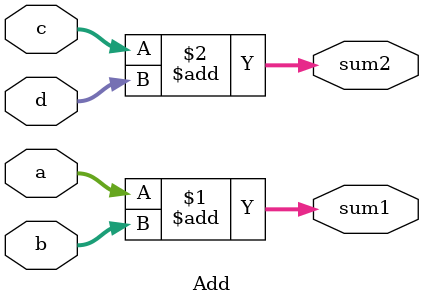
<source format=v>
module Add(
    input [8:0] a,
    input [8:0] b,
    input [8:0] c,
    input [8:0] d,
    output [9:0] sum1,
    output [9:0] sum2
);

    assign sum1 = a + b;
    assign sum2 = c + d;

endmodule

</source>
